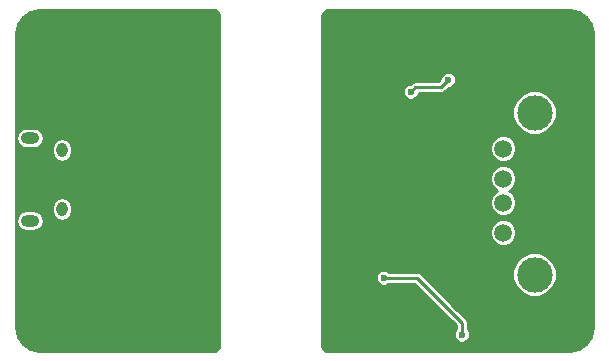
<source format=gbl>
G04 #@! TF.FileFunction,Copper,L2,Bot,Signal*
%FSLAX46Y46*%
G04 Gerber Fmt 4.6, Leading zero omitted, Abs format (unit mm)*
G04 Created by KiCad (PCBNEW (after 2015-mar-04 BZR unknown)-product) date 15.06.2015 13:23:24*
%MOMM*%
G01*
G04 APERTURE LIST*
%ADD10C,0.100000*%
%ADD11C,1.501140*%
%ADD12C,2.999740*%
%ADD13O,0.950000X1.250000*%
%ADD14O,1.550000X1.000000*%
%ADD15C,0.600000*%
%ADD16C,0.400000*%
%ADD17C,0.250000*%
%ADD18C,0.254000*%
G04 APERTURE END LIST*
D10*
D11*
X126810000Y-114808000D03*
X126810000Y-117348000D03*
X126810000Y-119380000D03*
X126810000Y-121920000D03*
D12*
X129477000Y-111760000D03*
X129477000Y-125476000D03*
D13*
X89446540Y-114910600D03*
X89446540Y-119910600D03*
D14*
X86746540Y-113910600D03*
X86746540Y-120910600D03*
D15*
X101600000Y-130810000D03*
X100330000Y-130810000D03*
X99060000Y-130810000D03*
X97790000Y-130810000D03*
X96520000Y-130810000D03*
X95250000Y-130810000D03*
X92710000Y-130810000D03*
X93980000Y-130810000D03*
X91440000Y-130810000D03*
X90170000Y-130810000D03*
X88900000Y-130810000D03*
X87630000Y-130810000D03*
X86360000Y-129540000D03*
X86360000Y-128270000D03*
X86360000Y-127000000D03*
X86360000Y-125730000D03*
X86360000Y-124460000D03*
X86360000Y-123190000D03*
X87630000Y-123190000D03*
X88900000Y-123190000D03*
X98298000Y-110109000D03*
X99187000Y-110109000D03*
X100203000Y-110109000D03*
X101727000Y-117475000D03*
X100203000Y-117475000D03*
X86360000Y-111760000D03*
X86360000Y-110490000D03*
X86360000Y-109220000D03*
X86360000Y-107950000D03*
X86360000Y-106680000D03*
X86360000Y-105410000D03*
X87630000Y-104140000D03*
X88900000Y-104140000D03*
X90170000Y-104140000D03*
X91440000Y-104140000D03*
X92710000Y-104140000D03*
X93980000Y-104140000D03*
X95250000Y-104140000D03*
X96520000Y-104140000D03*
X97790000Y-104140000D03*
X99060000Y-104140000D03*
X100330000Y-104140000D03*
X101600000Y-104140000D03*
X93853000Y-111760000D03*
X96012000Y-122428000D03*
X91186000Y-125476000D03*
X92456000Y-125476000D03*
X98425000Y-120269000D03*
X116713000Y-125730000D03*
X123317000Y-130556000D03*
X115443000Y-116459000D03*
X115697000Y-119888000D03*
X116967000Y-119888000D03*
X112268000Y-117348000D03*
X113284000Y-117348000D03*
X121920000Y-111506000D03*
X113030000Y-130810000D03*
X118364000Y-117348000D03*
X118110000Y-107442000D03*
X129540000Y-130810000D03*
X130810000Y-130810000D03*
X132080000Y-130810000D03*
X133350000Y-129540000D03*
X133350000Y-128270000D03*
X133350000Y-127000000D03*
X133350000Y-125730000D03*
X133350000Y-124460000D03*
X133350000Y-123190000D03*
X133350000Y-121920000D03*
X133350000Y-120650000D03*
X133350000Y-119380000D03*
X133350000Y-118110000D03*
X133350000Y-116840000D03*
X133350000Y-115570000D03*
X133350000Y-114300000D03*
X133350000Y-113030000D03*
X133350000Y-111760000D03*
X133350000Y-110490000D03*
X133350000Y-107950000D03*
X133350000Y-109220000D03*
X133350000Y-106680000D03*
X133350000Y-105410000D03*
X132080000Y-104140000D03*
X130810000Y-104140000D03*
X129540000Y-104140000D03*
X128270000Y-104140000D03*
X127000000Y-104140000D03*
X125730000Y-104140000D03*
X124460000Y-104140000D03*
X123190000Y-104140000D03*
X121920000Y-104140000D03*
X120650000Y-104140000D03*
X119380000Y-104140000D03*
X118110000Y-104140000D03*
X116840000Y-104140000D03*
X115570000Y-104140000D03*
X114300000Y-104140000D03*
X113030000Y-104140000D03*
X114300000Y-130810000D03*
X115570000Y-130810000D03*
X116840000Y-130810000D03*
X118110000Y-130810000D03*
X119380000Y-130810000D03*
X128270000Y-130810000D03*
X115316000Y-109982000D03*
X127127000Y-106045000D03*
X123190000Y-110363000D03*
X124206000Y-110363000D03*
X119888000Y-108077000D03*
X119888000Y-108858000D03*
X118999000Y-109982000D03*
X122174000Y-108966000D03*
D16*
X101600000Y-130810000D02*
X100330000Y-130810000D01*
X99060000Y-130810000D02*
X97790000Y-130810000D01*
X96520000Y-130810000D02*
X95250000Y-130810000D01*
X92710000Y-130810000D02*
X93980000Y-130810000D01*
X91440000Y-130810000D02*
X90170000Y-130810000D01*
X88900000Y-130810000D02*
X87630000Y-130810000D01*
X86360000Y-129540000D02*
X86360000Y-128270000D01*
X86360000Y-127000000D02*
X86360000Y-125730000D01*
X86360000Y-124460000D02*
X86360000Y-123190000D01*
X87630000Y-123190000D02*
X88900000Y-123190000D01*
X98298000Y-110109000D02*
X99187000Y-110109000D01*
X101727000Y-117475000D02*
X100203000Y-117475000D01*
D17*
X86360000Y-111760000D02*
X86360000Y-110490000D01*
X86360000Y-109220000D02*
X86360000Y-107950000D01*
X86360000Y-106680000D02*
X86360000Y-105410000D01*
X87630000Y-104140000D02*
X88900000Y-104140000D01*
X90170000Y-104140000D02*
X91440000Y-104140000D01*
X92710000Y-104140000D02*
X93980000Y-104140000D01*
X95250000Y-104140000D02*
X96520000Y-104140000D01*
X97790000Y-104140000D02*
X99060000Y-104140000D01*
X100330000Y-104140000D02*
X101600000Y-104140000D01*
X91186000Y-125476000D02*
X92456000Y-125476000D01*
X116713000Y-125730000D02*
X119507000Y-125730000D01*
X119507000Y-125730000D02*
X123317000Y-129540000D01*
X123317000Y-129540000D02*
X123317000Y-130556000D01*
D16*
X115697000Y-119888000D02*
X116713000Y-119888000D01*
X116713000Y-119888000D02*
X116967000Y-119888000D01*
X112567999Y-117647999D02*
X112984001Y-117647999D01*
X112268000Y-117348000D02*
X112567999Y-117647999D01*
X112984001Y-117647999D02*
X113284000Y-117348000D01*
D17*
X113030000Y-130810000D02*
X113665000Y-130810000D01*
X130810000Y-130810000D02*
X132080000Y-130810000D01*
X133350000Y-129540000D02*
X133350000Y-128270000D01*
X133350000Y-127000000D02*
X133350000Y-125730000D01*
X133350000Y-124460000D02*
X133350000Y-123190000D01*
X133350000Y-121920000D02*
X133350000Y-120650000D01*
X133350000Y-119380000D02*
X133350000Y-118110000D01*
X133350000Y-116840000D02*
X133350000Y-115570000D01*
X133350000Y-114300000D02*
X133350000Y-113030000D01*
X133350000Y-111760000D02*
X133350000Y-110490000D01*
X133350000Y-107950000D02*
X133350000Y-109220000D01*
X133350000Y-106680000D02*
X133350000Y-105410000D01*
X132080000Y-104140000D02*
X130810000Y-104140000D01*
X129540000Y-104140000D02*
X128270000Y-104140000D01*
X127000000Y-104140000D02*
X125730000Y-104140000D01*
X124460000Y-104140000D02*
X123190000Y-104140000D01*
X121920000Y-104140000D02*
X120650000Y-104140000D01*
X119380000Y-104140000D02*
X118110000Y-104140000D01*
X116840000Y-104140000D02*
X115570000Y-104140000D01*
X114300000Y-104140000D02*
X113030000Y-104140000D01*
X114300000Y-130810000D02*
X115570000Y-130810000D01*
X116840000Y-130810000D02*
X118110000Y-130810000D01*
X128270000Y-130810000D02*
X129540000Y-130810000D01*
X115824000Y-109982000D02*
X115316000Y-109982000D01*
X116078000Y-109728000D02*
X115824000Y-109982000D01*
X116078000Y-108712000D02*
X116078000Y-109728000D01*
X123190000Y-110363000D02*
X124206000Y-110363000D01*
X119507000Y-108458000D02*
X119888000Y-108077000D01*
X118745000Y-108458000D02*
X119507000Y-108458000D01*
X119888000Y-108858000D02*
X119888000Y-108839000D01*
X118999000Y-109982000D02*
X119380000Y-109601000D01*
X119380000Y-109601000D02*
X121539000Y-109601000D01*
X121539000Y-109601000D02*
X122174000Y-108966000D01*
D18*
G36*
X134432500Y-129944104D02*
X134275125Y-130735282D01*
X133858623Y-131358621D01*
X133235282Y-131775125D01*
X132444104Y-131932500D01*
X131354195Y-131932500D01*
X131354195Y-125104305D01*
X131354195Y-111388305D01*
X131069061Y-110698228D01*
X130541550Y-110169795D01*
X129851970Y-109883457D01*
X129105305Y-109882805D01*
X128415228Y-110167939D01*
X127886795Y-110695450D01*
X127600457Y-111385030D01*
X127599805Y-112131695D01*
X127884939Y-112821772D01*
X128412450Y-113350205D01*
X129102030Y-113636543D01*
X129848695Y-113637195D01*
X130538772Y-113352061D01*
X131067205Y-112824550D01*
X131353543Y-112134970D01*
X131354195Y-111388305D01*
X131354195Y-125104305D01*
X131069061Y-124414228D01*
X130541550Y-123885795D01*
X129851970Y-123599457D01*
X129105305Y-123598805D01*
X128415228Y-123883939D01*
X127937765Y-124360568D01*
X127937765Y-121696697D01*
X127937765Y-119156697D01*
X127766464Y-118742118D01*
X127449551Y-118424650D01*
X127303641Y-118364063D01*
X127447882Y-118304464D01*
X127765350Y-117987551D01*
X127937373Y-117573271D01*
X127937765Y-117124697D01*
X127937765Y-114584697D01*
X127766464Y-114170118D01*
X127449551Y-113852650D01*
X127035271Y-113680627D01*
X126586697Y-113680235D01*
X126172118Y-113851536D01*
X125854650Y-114168449D01*
X125682627Y-114582729D01*
X125682235Y-115031303D01*
X125853536Y-115445882D01*
X126170449Y-115763350D01*
X126584729Y-115935373D01*
X127033303Y-115935765D01*
X127447882Y-115764464D01*
X127765350Y-115447551D01*
X127937373Y-115033271D01*
X127937765Y-114584697D01*
X127937765Y-117124697D01*
X127766464Y-116710118D01*
X127449551Y-116392650D01*
X127035271Y-116220627D01*
X126586697Y-116220235D01*
X126172118Y-116391536D01*
X125854650Y-116708449D01*
X125682627Y-117122729D01*
X125682235Y-117571303D01*
X125853536Y-117985882D01*
X126170449Y-118303350D01*
X126316358Y-118363936D01*
X126172118Y-118423536D01*
X125854650Y-118740449D01*
X125682627Y-119154729D01*
X125682235Y-119603303D01*
X125853536Y-120017882D01*
X126170449Y-120335350D01*
X126584729Y-120507373D01*
X127033303Y-120507765D01*
X127447882Y-120336464D01*
X127765350Y-120019551D01*
X127937373Y-119605271D01*
X127937765Y-119156697D01*
X127937765Y-121696697D01*
X127766464Y-121282118D01*
X127449551Y-120964650D01*
X127035271Y-120792627D01*
X126586697Y-120792235D01*
X126172118Y-120963536D01*
X125854650Y-121280449D01*
X125682627Y-121694729D01*
X125682235Y-122143303D01*
X125853536Y-122557882D01*
X126170449Y-122875350D01*
X126584729Y-123047373D01*
X127033303Y-123047765D01*
X127447882Y-122876464D01*
X127765350Y-122559551D01*
X127937373Y-122145271D01*
X127937765Y-121696697D01*
X127937765Y-124360568D01*
X127886795Y-124411450D01*
X127600457Y-125101030D01*
X127599805Y-125847695D01*
X127884939Y-126537772D01*
X128412450Y-127066205D01*
X129102030Y-127352543D01*
X129848695Y-127353195D01*
X130538772Y-127068061D01*
X131067205Y-126540550D01*
X131353543Y-125850970D01*
X131354195Y-125104305D01*
X131354195Y-131932500D01*
X123994117Y-131932500D01*
X123994117Y-130421927D01*
X123891267Y-130173011D01*
X123819000Y-130100617D01*
X123819000Y-129540005D01*
X123819000Y-129540000D01*
X123819001Y-129540000D01*
X123780788Y-129347893D01*
X123671968Y-129185033D01*
X123671968Y-129185032D01*
X123671964Y-129185029D01*
X122851117Y-128364181D01*
X122851117Y-108831927D01*
X122748267Y-108583011D01*
X122557990Y-108392402D01*
X122309254Y-108289118D01*
X122039927Y-108288883D01*
X121791011Y-108391733D01*
X121600402Y-108582010D01*
X121497118Y-108830746D01*
X121497028Y-108933035D01*
X121331064Y-109099000D01*
X119380000Y-109099000D01*
X119187892Y-109137212D01*
X119122659Y-109180799D01*
X119025032Y-109246032D01*
X119025029Y-109246035D01*
X118966093Y-109304971D01*
X118864927Y-109304883D01*
X118616011Y-109407733D01*
X118425402Y-109598010D01*
X118322118Y-109846746D01*
X118321883Y-110116073D01*
X118424733Y-110364989D01*
X118615010Y-110555598D01*
X118863746Y-110658882D01*
X119133073Y-110659117D01*
X119381989Y-110556267D01*
X119572598Y-110365990D01*
X119675882Y-110117254D01*
X119675894Y-110103000D01*
X121538994Y-110103000D01*
X121539000Y-110103001D01*
X121539000Y-110103000D01*
X121731107Y-110064788D01*
X121893968Y-109955968D01*
X122206906Y-109643028D01*
X122308073Y-109643117D01*
X122556989Y-109540267D01*
X122747598Y-109349990D01*
X122850882Y-109101254D01*
X122851117Y-108831927D01*
X122851117Y-128364181D01*
X119861968Y-125375032D01*
X119699107Y-125266212D01*
X119507000Y-125227999D01*
X119506994Y-125228000D01*
X117168463Y-125228000D01*
X117096990Y-125156402D01*
X116848254Y-125053118D01*
X116578927Y-125052883D01*
X116330011Y-125155733D01*
X116139402Y-125346010D01*
X116036118Y-125594746D01*
X116035883Y-125864073D01*
X116138733Y-126112989D01*
X116329010Y-126303598D01*
X116577746Y-126406882D01*
X116847073Y-126407117D01*
X117095989Y-126304267D01*
X117168382Y-126232000D01*
X119299064Y-126232000D01*
X122815000Y-129747935D01*
X122815000Y-130100536D01*
X122743402Y-130172010D01*
X122640118Y-130420746D01*
X122639883Y-130690073D01*
X122742733Y-130938989D01*
X122933010Y-131129598D01*
X123181746Y-131232882D01*
X123451073Y-131233117D01*
X123699989Y-131130267D01*
X123890598Y-130939990D01*
X123993882Y-130691254D01*
X123994117Y-130421927D01*
X123994117Y-131932500D01*
X111792105Y-131932500D01*
X111480600Y-131620995D01*
X111480600Y-103456005D01*
X111869105Y-103067500D01*
X132444104Y-103067500D01*
X133235282Y-103224874D01*
X133858623Y-103641378D01*
X134275125Y-104264717D01*
X134432500Y-105055895D01*
X134432500Y-129944104D01*
X134432500Y-129944104D01*
G37*
X134432500Y-129944104D02*
X134275125Y-130735282D01*
X133858623Y-131358621D01*
X133235282Y-131775125D01*
X132444104Y-131932500D01*
X131354195Y-131932500D01*
X131354195Y-125104305D01*
X131354195Y-111388305D01*
X131069061Y-110698228D01*
X130541550Y-110169795D01*
X129851970Y-109883457D01*
X129105305Y-109882805D01*
X128415228Y-110167939D01*
X127886795Y-110695450D01*
X127600457Y-111385030D01*
X127599805Y-112131695D01*
X127884939Y-112821772D01*
X128412450Y-113350205D01*
X129102030Y-113636543D01*
X129848695Y-113637195D01*
X130538772Y-113352061D01*
X131067205Y-112824550D01*
X131353543Y-112134970D01*
X131354195Y-111388305D01*
X131354195Y-125104305D01*
X131069061Y-124414228D01*
X130541550Y-123885795D01*
X129851970Y-123599457D01*
X129105305Y-123598805D01*
X128415228Y-123883939D01*
X127937765Y-124360568D01*
X127937765Y-121696697D01*
X127937765Y-119156697D01*
X127766464Y-118742118D01*
X127449551Y-118424650D01*
X127303641Y-118364063D01*
X127447882Y-118304464D01*
X127765350Y-117987551D01*
X127937373Y-117573271D01*
X127937765Y-117124697D01*
X127937765Y-114584697D01*
X127766464Y-114170118D01*
X127449551Y-113852650D01*
X127035271Y-113680627D01*
X126586697Y-113680235D01*
X126172118Y-113851536D01*
X125854650Y-114168449D01*
X125682627Y-114582729D01*
X125682235Y-115031303D01*
X125853536Y-115445882D01*
X126170449Y-115763350D01*
X126584729Y-115935373D01*
X127033303Y-115935765D01*
X127447882Y-115764464D01*
X127765350Y-115447551D01*
X127937373Y-115033271D01*
X127937765Y-114584697D01*
X127937765Y-117124697D01*
X127766464Y-116710118D01*
X127449551Y-116392650D01*
X127035271Y-116220627D01*
X126586697Y-116220235D01*
X126172118Y-116391536D01*
X125854650Y-116708449D01*
X125682627Y-117122729D01*
X125682235Y-117571303D01*
X125853536Y-117985882D01*
X126170449Y-118303350D01*
X126316358Y-118363936D01*
X126172118Y-118423536D01*
X125854650Y-118740449D01*
X125682627Y-119154729D01*
X125682235Y-119603303D01*
X125853536Y-120017882D01*
X126170449Y-120335350D01*
X126584729Y-120507373D01*
X127033303Y-120507765D01*
X127447882Y-120336464D01*
X127765350Y-120019551D01*
X127937373Y-119605271D01*
X127937765Y-119156697D01*
X127937765Y-121696697D01*
X127766464Y-121282118D01*
X127449551Y-120964650D01*
X127035271Y-120792627D01*
X126586697Y-120792235D01*
X126172118Y-120963536D01*
X125854650Y-121280449D01*
X125682627Y-121694729D01*
X125682235Y-122143303D01*
X125853536Y-122557882D01*
X126170449Y-122875350D01*
X126584729Y-123047373D01*
X127033303Y-123047765D01*
X127447882Y-122876464D01*
X127765350Y-122559551D01*
X127937373Y-122145271D01*
X127937765Y-121696697D01*
X127937765Y-124360568D01*
X127886795Y-124411450D01*
X127600457Y-125101030D01*
X127599805Y-125847695D01*
X127884939Y-126537772D01*
X128412450Y-127066205D01*
X129102030Y-127352543D01*
X129848695Y-127353195D01*
X130538772Y-127068061D01*
X131067205Y-126540550D01*
X131353543Y-125850970D01*
X131354195Y-125104305D01*
X131354195Y-131932500D01*
X123994117Y-131932500D01*
X123994117Y-130421927D01*
X123891267Y-130173011D01*
X123819000Y-130100617D01*
X123819000Y-129540005D01*
X123819000Y-129540000D01*
X123819001Y-129540000D01*
X123780788Y-129347893D01*
X123671968Y-129185033D01*
X123671968Y-129185032D01*
X123671964Y-129185029D01*
X122851117Y-128364181D01*
X122851117Y-108831927D01*
X122748267Y-108583011D01*
X122557990Y-108392402D01*
X122309254Y-108289118D01*
X122039927Y-108288883D01*
X121791011Y-108391733D01*
X121600402Y-108582010D01*
X121497118Y-108830746D01*
X121497028Y-108933035D01*
X121331064Y-109099000D01*
X119380000Y-109099000D01*
X119187892Y-109137212D01*
X119122659Y-109180799D01*
X119025032Y-109246032D01*
X119025029Y-109246035D01*
X118966093Y-109304971D01*
X118864927Y-109304883D01*
X118616011Y-109407733D01*
X118425402Y-109598010D01*
X118322118Y-109846746D01*
X118321883Y-110116073D01*
X118424733Y-110364989D01*
X118615010Y-110555598D01*
X118863746Y-110658882D01*
X119133073Y-110659117D01*
X119381989Y-110556267D01*
X119572598Y-110365990D01*
X119675882Y-110117254D01*
X119675894Y-110103000D01*
X121538994Y-110103000D01*
X121539000Y-110103001D01*
X121539000Y-110103000D01*
X121731107Y-110064788D01*
X121893968Y-109955968D01*
X122206906Y-109643028D01*
X122308073Y-109643117D01*
X122556989Y-109540267D01*
X122747598Y-109349990D01*
X122850882Y-109101254D01*
X122851117Y-108831927D01*
X122851117Y-128364181D01*
X119861968Y-125375032D01*
X119699107Y-125266212D01*
X119507000Y-125227999D01*
X119506994Y-125228000D01*
X117168463Y-125228000D01*
X117096990Y-125156402D01*
X116848254Y-125053118D01*
X116578927Y-125052883D01*
X116330011Y-125155733D01*
X116139402Y-125346010D01*
X116036118Y-125594746D01*
X116035883Y-125864073D01*
X116138733Y-126112989D01*
X116329010Y-126303598D01*
X116577746Y-126406882D01*
X116847073Y-126407117D01*
X117095989Y-126304267D01*
X117168382Y-126232000D01*
X119299064Y-126232000D01*
X122815000Y-129747935D01*
X122815000Y-130100536D01*
X122743402Y-130172010D01*
X122640118Y-130420746D01*
X122639883Y-130690073D01*
X122742733Y-130938989D01*
X122933010Y-131129598D01*
X123181746Y-131232882D01*
X123451073Y-131233117D01*
X123699989Y-131130267D01*
X123890598Y-130939990D01*
X123993882Y-130691254D01*
X123994117Y-130421927D01*
X123994117Y-131932500D01*
X111792105Y-131932500D01*
X111480600Y-131620995D01*
X111480600Y-103456005D01*
X111869105Y-103067500D01*
X132444104Y-103067500D01*
X133235282Y-103224874D01*
X133858623Y-103641378D01*
X134275125Y-104264717D01*
X134432500Y-105055895D01*
X134432500Y-129944104D01*
G36*
X102743000Y-131646395D02*
X102456895Y-131932500D01*
X90298540Y-131932500D01*
X90298540Y-120080230D01*
X90298540Y-119740970D01*
X90298540Y-115080230D01*
X90298540Y-114740970D01*
X90233685Y-114414924D01*
X90048995Y-114138515D01*
X89772586Y-113953825D01*
X89446540Y-113888970D01*
X89120494Y-113953825D01*
X88844085Y-114138515D01*
X88659395Y-114414924D01*
X88594540Y-114740970D01*
X88594540Y-115080230D01*
X88659395Y-115406276D01*
X88844085Y-115682685D01*
X89120494Y-115867375D01*
X89446540Y-115932230D01*
X89772586Y-115867375D01*
X90048995Y-115682685D01*
X90233685Y-115406276D01*
X90298540Y-115080230D01*
X90298540Y-119740970D01*
X90233685Y-119414924D01*
X90048995Y-119138515D01*
X89772586Y-118953825D01*
X89446540Y-118888970D01*
X89120494Y-118953825D01*
X88844085Y-119138515D01*
X88659395Y-119414924D01*
X88594540Y-119740970D01*
X88594540Y-120080230D01*
X88659395Y-120406276D01*
X88844085Y-120682685D01*
X89120494Y-120867375D01*
X89446540Y-120932230D01*
X89772586Y-120867375D01*
X90048995Y-120682685D01*
X90233685Y-120406276D01*
X90298540Y-120080230D01*
X90298540Y-131932500D01*
X87921109Y-131932500D01*
X87921109Y-120910600D01*
X87921109Y-113910600D01*
X87854351Y-113574987D01*
X87664242Y-113290467D01*
X87379722Y-113100358D01*
X87044109Y-113033600D01*
X86448971Y-113033600D01*
X86113358Y-113100358D01*
X85828838Y-113290467D01*
X85638729Y-113574987D01*
X85571971Y-113910600D01*
X85638729Y-114246213D01*
X85828838Y-114530733D01*
X86113358Y-114720842D01*
X86448971Y-114787600D01*
X87044109Y-114787600D01*
X87379722Y-114720842D01*
X87664242Y-114530733D01*
X87854351Y-114246213D01*
X87921109Y-113910600D01*
X87921109Y-120910600D01*
X87854351Y-120574987D01*
X87664242Y-120290467D01*
X87379722Y-120100358D01*
X87044109Y-120033600D01*
X86448971Y-120033600D01*
X86113358Y-120100358D01*
X85828838Y-120290467D01*
X85638729Y-120574987D01*
X85571971Y-120910600D01*
X85638729Y-121246213D01*
X85828838Y-121530733D01*
X86113358Y-121720842D01*
X86448971Y-121787600D01*
X87044109Y-121787600D01*
X87379722Y-121720842D01*
X87664242Y-121530733D01*
X87854351Y-121246213D01*
X87921109Y-120910600D01*
X87921109Y-131932500D01*
X87555895Y-131932500D01*
X86764717Y-131775125D01*
X86141378Y-131358623D01*
X85724874Y-130735282D01*
X85567500Y-129944104D01*
X85567500Y-105055895D01*
X85724874Y-104264717D01*
X86141378Y-103641376D01*
X86764717Y-103224874D01*
X87555895Y-103067500D01*
X102379895Y-103067500D01*
X102743000Y-103430605D01*
X102743000Y-131646395D01*
X102743000Y-131646395D01*
G37*
X102743000Y-131646395D02*
X102456895Y-131932500D01*
X90298540Y-131932500D01*
X90298540Y-120080230D01*
X90298540Y-119740970D01*
X90298540Y-115080230D01*
X90298540Y-114740970D01*
X90233685Y-114414924D01*
X90048995Y-114138515D01*
X89772586Y-113953825D01*
X89446540Y-113888970D01*
X89120494Y-113953825D01*
X88844085Y-114138515D01*
X88659395Y-114414924D01*
X88594540Y-114740970D01*
X88594540Y-115080230D01*
X88659395Y-115406276D01*
X88844085Y-115682685D01*
X89120494Y-115867375D01*
X89446540Y-115932230D01*
X89772586Y-115867375D01*
X90048995Y-115682685D01*
X90233685Y-115406276D01*
X90298540Y-115080230D01*
X90298540Y-119740970D01*
X90233685Y-119414924D01*
X90048995Y-119138515D01*
X89772586Y-118953825D01*
X89446540Y-118888970D01*
X89120494Y-118953825D01*
X88844085Y-119138515D01*
X88659395Y-119414924D01*
X88594540Y-119740970D01*
X88594540Y-120080230D01*
X88659395Y-120406276D01*
X88844085Y-120682685D01*
X89120494Y-120867375D01*
X89446540Y-120932230D01*
X89772586Y-120867375D01*
X90048995Y-120682685D01*
X90233685Y-120406276D01*
X90298540Y-120080230D01*
X90298540Y-131932500D01*
X87921109Y-131932500D01*
X87921109Y-120910600D01*
X87921109Y-113910600D01*
X87854351Y-113574987D01*
X87664242Y-113290467D01*
X87379722Y-113100358D01*
X87044109Y-113033600D01*
X86448971Y-113033600D01*
X86113358Y-113100358D01*
X85828838Y-113290467D01*
X85638729Y-113574987D01*
X85571971Y-113910600D01*
X85638729Y-114246213D01*
X85828838Y-114530733D01*
X86113358Y-114720842D01*
X86448971Y-114787600D01*
X87044109Y-114787600D01*
X87379722Y-114720842D01*
X87664242Y-114530733D01*
X87854351Y-114246213D01*
X87921109Y-113910600D01*
X87921109Y-120910600D01*
X87854351Y-120574987D01*
X87664242Y-120290467D01*
X87379722Y-120100358D01*
X87044109Y-120033600D01*
X86448971Y-120033600D01*
X86113358Y-120100358D01*
X85828838Y-120290467D01*
X85638729Y-120574987D01*
X85571971Y-120910600D01*
X85638729Y-121246213D01*
X85828838Y-121530733D01*
X86113358Y-121720842D01*
X86448971Y-121787600D01*
X87044109Y-121787600D01*
X87379722Y-121720842D01*
X87664242Y-121530733D01*
X87854351Y-121246213D01*
X87921109Y-120910600D01*
X87921109Y-131932500D01*
X87555895Y-131932500D01*
X86764717Y-131775125D01*
X86141378Y-131358623D01*
X85724874Y-130735282D01*
X85567500Y-129944104D01*
X85567500Y-105055895D01*
X85724874Y-104264717D01*
X86141378Y-103641376D01*
X86764717Y-103224874D01*
X87555895Y-103067500D01*
X102379895Y-103067500D01*
X102743000Y-103430605D01*
X102743000Y-131646395D01*
M02*

</source>
